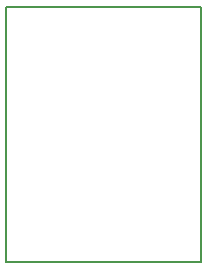
<source format=gbr>
G04 #@! TF.FileFunction,Profile,NP*
%FSLAX46Y46*%
G04 Gerber Fmt 4.6, Leading zero omitted, Abs format (unit mm)*
G04 Created by KiCad (PCBNEW 4.0.1-stable) date Fri 29 Jan 2016 11:03:32 AM EET*
%MOMM*%
G01*
G04 APERTURE LIST*
%ADD10C,0.100000*%
%ADD11C,0.150000*%
G04 APERTURE END LIST*
D10*
D11*
X140335000Y-100965000D02*
X140335000Y-122555000D01*
X156845000Y-100965000D02*
X140335000Y-100965000D01*
X156845000Y-122555000D02*
X156845000Y-100965000D01*
X140335000Y-122555000D02*
X156845000Y-122555000D01*
M02*

</source>
